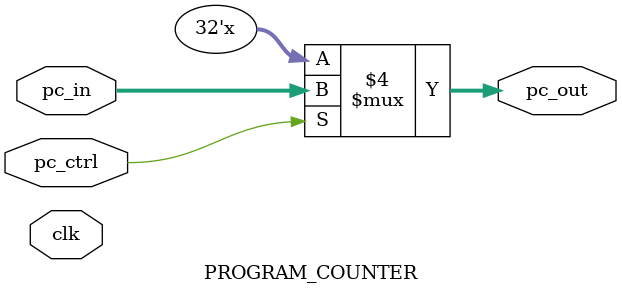
<source format=v>
module PROGRAM_COUNTER(
  pc_out,
  pc_in,
  pc_ctrl,
  clk);
    
    input [31:0] pc_in;
    input pc_ctrl, clk;
    output reg [31:0] pc_out;
    
    initial
      begin
        pc_out = 32'b0;
        
      end
      
      always @(pc_in or pc_ctrl or clk)
        begin
          if(pc_ctrl)
            //@(posedge clk)
            pc_out = pc_in;
        end
    
endmodule

</source>
